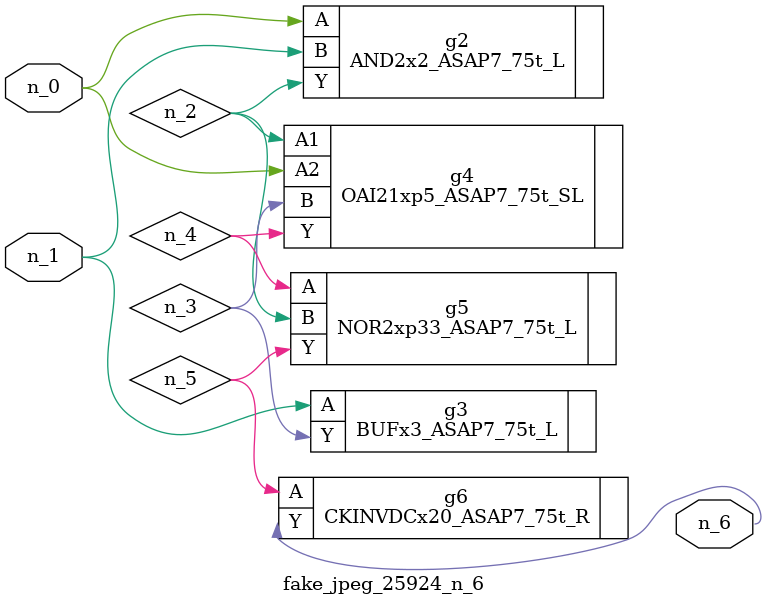
<source format=v>
module fake_jpeg_25924_n_6 (n_0, n_1, n_6);

input n_0;
input n_1;

output n_6;

wire n_3;
wire n_2;
wire n_4;
wire n_5;

AND2x2_ASAP7_75t_L g2 ( 
.A(n_0),
.B(n_1),
.Y(n_2)
);

BUFx3_ASAP7_75t_L g3 ( 
.A(n_1),
.Y(n_3)
);

OAI21xp5_ASAP7_75t_SL g4 ( 
.A1(n_2),
.A2(n_0),
.B(n_3),
.Y(n_4)
);

NOR2xp33_ASAP7_75t_L g5 ( 
.A(n_4),
.B(n_2),
.Y(n_5)
);

CKINVDCx20_ASAP7_75t_R g6 ( 
.A(n_5),
.Y(n_6)
);


endmodule
</source>
